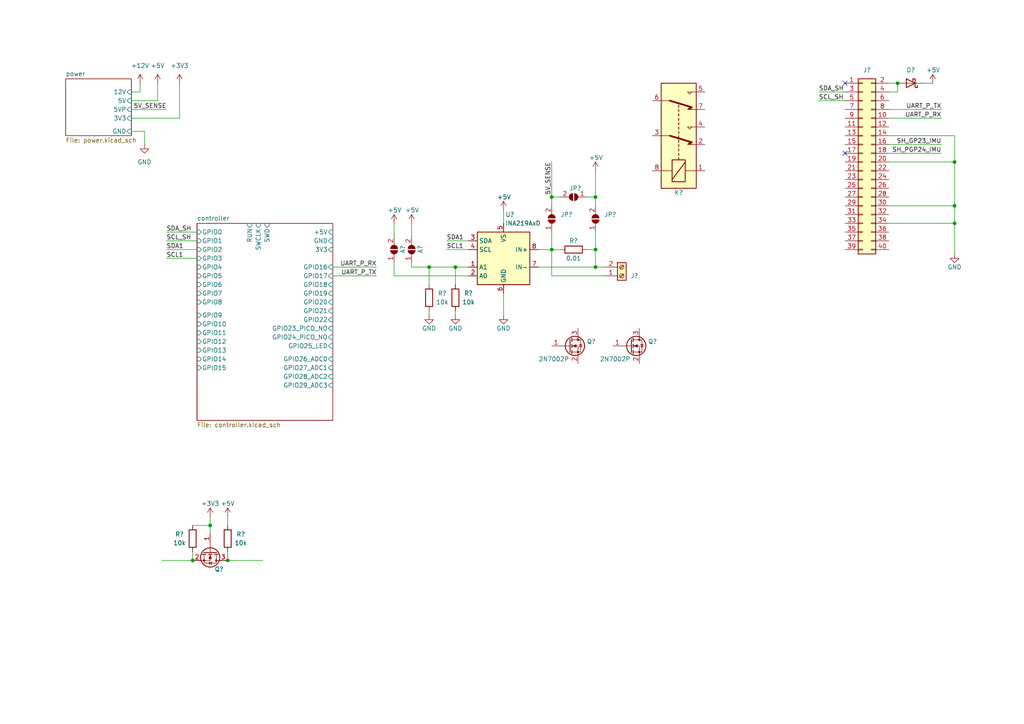
<source format=kicad_sch>
(kicad_sch (version 20211123) (generator eeschema)
  (paper "A4")
  (lib_symbols
    (symbol "Analog_ADC:INA219AxD"
      (property "Reference" "U" (at -6.35 8.89 0))
      (property "Value" "INA219AxD" (at 5.08 8.89 0))
      (symbol "INA219AxD_0_1"
        (rectangle (start -7.62 7.62) (end 7.62 -7.62) (stroke (width 0.254)) (fill (type background)))
      )
      (symbol "INA219AxD_1_1"
        (pin input line (at 10.16 -2.54 180) (length 2.54) (name "A1") (number "1"))
        (pin input line (at 10.16 -5.08 180) (length 2.54) (name "A0") (number "2"))
        (pin bidirectional line (at 10.16 5.08 180) (length 2.54) (name "SDA") (number "3"))
        (pin input line (at 10.16 2.54 180) (length 2.54) (name "SCL") (number "4"))
        (pin power_in line (at 0 10.16 270) (length 2.54) (name "VS") (number "5"))
        (pin power_in line (at 0 -10.16 90) (length 2.54) (name "GND") (number "6"))
        (pin input line (at -10.16 -2.54 0) (length 2.54) (name "IN-") (number "7"))
        (pin input line (at -10.16 2.54 0) (length 2.54) (name "IN+") (number "8"))
      )
    )
    (symbol "Connector:Screw_Terminal_01x02" (pin_names (offset 1.016) hide)
      (property "Reference" "J" (at 0 2.54 0))
      (property "Value" "Screw_Terminal_01x02" (at 0 -5.08 0))
      (symbol "Screw_Terminal_01x02_1_1"
        (rectangle (start -1.27 1.27) (end 1.27 -3.81) (stroke (width 0.254)) (fill (type background)))
        (circle (center 0 -2.54) (radius 0.635) (stroke (width 0.1524)))
        (polyline (pts (xy -0.5334 -2.2098) (xy 0.3302 -3.048)) (stroke (width 0.1524)))
        (polyline (pts (xy -0.5334 0.3302) (xy 0.3302 -0.508)) (stroke (width 0.1524)))
        (polyline (pts (xy -0.3556 -2.032) (xy 0.508 -2.8702)) (stroke (width 0.1524)))
        (polyline (pts (xy -0.3556 0.508) (xy 0.508 -0.3302)) (stroke (width 0.1524)))
        (circle (center 0 0) (radius 0.635) (stroke (width 0.1524)))
        (pin passive line (at -5.08 0 0) (length 3.81) (name "Pin_1") (number "1"))
        (pin passive line (at -5.08 -2.54 0) (length 3.81) (name "Pin_2") (number "2"))
      )
    )
    (symbol "Connector_Generic:Conn_02x20_Odd_Even" (pin_names (offset 1.016) hide)
      (property "Reference" "J" (at 1.27 25.4 0))
      (property "Value" "Conn_02x20_Odd_Even" (at 1.27 -27.94 0))
      (symbol "Conn_02x20_Odd_Even_1_1"
        (rectangle (start -1.27 -25.273) (end 0 -25.527) (stroke (width 0.1524)))
        (rectangle (start -1.27 -22.733) (end 0 -22.987) (stroke (width 0.1524)))
        (rectangle (start -1.27 -20.193) (end 0 -20.447) (stroke (width 0.1524)))
        (rectangle (start -1.27 -17.653) (end 0 -17.907) (stroke (width 0.1524)))
        (rectangle (start -1.27 -15.113) (end 0 -15.367) (stroke (width 0.1524)))
        (rectangle (start -1.27 -12.573) (end 0 -12.827) (stroke (width 0.1524)))
        (rectangle (start -1.27 -10.033) (end 0 -10.287) (stroke (width 0.1524)))
        (rectangle (start -1.27 -7.493) (end 0 -7.747) (stroke (width 0.1524)))
        (rectangle (start -1.27 -4.953) (end 0 -5.207) (stroke (width 0.1524)))
        (rectangle (start -1.27 -2.413) (end 0 -2.667) (stroke (width 0.1524)))
        (rectangle (start -1.27 0.127) (end 0 -0.127) (stroke (width 0.1524)))
        (rectangle (start -1.27 2.667) (end 0 2.413) (stroke (width 0.1524)))
        (rectangle (start -1.27 5.207) (end 0 4.953) (stroke (width 0.1524)))
        (rectangle (start -1.27 7.747) (end 0 7.493) (stroke (width 0.1524)))
        (rectangle (start -1.27 10.287) (end 0 10.033) (stroke (width 0.1524)))
        (rectangle (start -1.27 12.827) (end 0 12.573) (stroke (width 0.1524)))
        (rectangle (start -1.27 15.367) (end 0 15.113) (stroke (width 0.1524)))
        (rectangle (start -1.27 17.907) (end 0 17.653) (stroke (width 0.1524)))
        (rectangle (start -1.27 20.447) (end 0 20.193) (stroke (width 0.1524)))
        (rectangle (start -1.27 22.987) (end 0 22.733) (stroke (width 0.1524)))
        (rectangle (start -1.27 24.13) (end 3.81 -26.67) (stroke (width 0.254)) (fill (type background)))
        (rectangle (start 3.81 -25.273) (end 2.54 -25.527) (stroke (width 0.1524)))
        (rectangle (start 3.81 -22.733) (end 2.54 -22.987) (stroke (width 0.1524)))
        (rectangle (start 3.81 -20.193) (end 2.54 -20.447) (stroke (width 0.1524)))
        (rectangle (start 3.81 -17.653) (end 2.54 -17.907) (stroke (width 0.1524)))
        (rectangle (start 3.81 -15.113) (end 2.54 -15.367) (stroke (width 0.1524)))
        (rectangle (start 3.81 -12.573) (end 2.54 -12.827) (stroke (width 0.1524)))
        (rectangle (start 3.81 -10.033) (end 2.54 -10.287) (stroke (width 0.1524)))
        (rectangle (start 3.81 -7.493) (end 2.54 -7.747) (stroke (width 0.1524)))
        (rectangle (start 3.81 -4.953) (end 2.54 -5.207) (stroke (width 0.1524)))
        (rectangle (start 3.81 -2.413) (end 2.54 -2.667) (stroke (width 0.1524)))
        (rectangle (start 3.81 0.127) (end 2.54 -0.127) (stroke (width 0.1524)))
        (rectangle (start 3.81 2.667) (end 2.54 2.413) (stroke (width 0.1524)))
        (rectangle (start 3.81 5.207) (end 2.54 4.953) (stroke (width 0.1524)))
        (rectangle (start 3.81 7.747) (end 2.54 7.493) (stroke (width 0.1524)))
        (rectangle (start 3.81 10.287) (end 2.54 10.033) (stroke (width 0.1524)))
        (rectangle (start 3.81 12.827) (end 2.54 12.573) (stroke (width 0.1524)))
        (rectangle (start 3.81 15.367) (end 2.54 15.113) (stroke (width 0.1524)))
        (rectangle (start 3.81 17.907) (end 2.54 17.653) (stroke (width 0.1524)))
        (rectangle (start 3.81 20.447) (end 2.54 20.193) (stroke (width 0.1524)))
        (rectangle (start 3.81 22.987) (end 2.54 22.733) (stroke (width 0.1524)))
        (pin passive line (at -5.08 22.86 0) (length 3.81) (name "Pin_1") (number "1"))
        (pin passive line (at 7.62 12.7 180) (length 3.81) (name "Pin_10") (number "10"))
        (pin passive line (at -5.08 10.16 0) (length 3.81) (name "Pin_11") (number "11"))
        (pin passive line (at 7.62 10.16 180) (length 3.81) (name "Pin_12") (number "12"))
        (pin passive line (at -5.08 7.62 0) (length 3.81) (name "Pin_13") (number "13"))
        (pin passive line (at 7.62 7.62 180) (length 3.81) (name "Pin_14") (number "14"))
        (pin passive line (at -5.08 5.08 0) (length 3.81) (name "Pin_15") (number "15"))
        (pin passive line (at 7.62 5.08 180) (length 3.81) (name "Pin_16") (number "16"))
        (pin passive line (at -5.08 2.54 0) (length 3.81) (name "Pin_17") (number "17"))
        (pin passive line (at 7.62 2.54 180) (length 3.81) (name "Pin_18") (number "18"))
        (pin passive line (at -5.08 0 0) (length 3.81) (name "Pin_19") (number "19"))
        (pin passive line (at 7.62 22.86 180) (length 3.81) (name "Pin_2") (number "2"))
        (pin passive line (at 7.62 0 180) (length 3.81) (name "Pin_20") (number "20"))
        (pin passive line (at -5.08 -2.54 0) (length 3.81) (name "Pin_21") (number "21"))
        (pin passive line (at 7.62 -2.54 180) (length 3.81) (name "Pin_22") (number "22"))
        (pin passive line (at -5.08 -5.08 0) (length 3.81) (name "Pin_23") (number "23"))
        (pin passive line (at 7.62 -5.08 180) (length 3.81) (name "Pin_24") (number "24"))
        (pin passive line (at -5.08 -7.62 0) (length 3.81) (name "Pin_25") (number "25"))
        (pin passive line (at 7.62 -7.62 180) (length 3.81) (name "Pin_26") (number "26"))
        (pin passive line (at -5.08 -10.16 0) (length 3.81) (name "Pin_27") (number "27"))
        (pin passive line (at 7.62 -10.16 180) (length 3.81) (name "Pin_28") (number "28"))
        (pin passive line (at -5.08 -12.7 0) (length 3.81) (name "Pin_29") (number "29"))
        (pin passive line (at -5.08 20.32 0) (length 3.81) (name "Pin_3") (number "3"))
        (pin passive line (at 7.62 -12.7 180) (length 3.81) (name "Pin_30") (number "30"))
        (pin passive line (at -5.08 -15.24 0) (length 3.81) (name "Pin_31") (number "31"))
        (pin passive line (at 7.62 -15.24 180) (length 3.81) (name "Pin_32") (number "32"))
        (pin passive line (at -5.08 -17.78 0) (length 3.81) (name "Pin_33") (number "33"))
        (pin passive line (at 7.62 -17.78 180) (length 3.81) (name "Pin_34") (number "34"))
        (pin passive line (at -5.08 -20.32 0) (length 3.81) (name "Pin_35") (number "35"))
        (pin passive line (at 7.62 -20.32 180) (length 3.81) (name "Pin_36") (number "36"))
        (pin passive line (at -5.08 -22.86 0) (length 3.81) (name "Pin_37") (number "37"))
        (pin passive line (at 7.62 -22.86 180) (length 3.81) (name "Pin_38") (number "38"))
        (pin passive line (at -5.08 -25.4 0) (length 3.81) (name "Pin_39") (number "39"))
        (pin passive line (at 7.62 20.32 180) (length 3.81) (name "Pin_4") (number "4"))
        (pin passive line (at 7.62 -25.4 180) (length 3.81) (name "Pin_40") (number "40"))
        (pin passive line (at -5.08 17.78 0) (length 3.81) (name "Pin_5") (number "5"))
        (pin passive line (at 7.62 17.78 180) (length 3.81) (name "Pin_6") (number "6"))
        (pin passive line (at -5.08 15.24 0) (length 3.81) (name "Pin_7") (number "7"))
        (pin passive line (at 7.62 15.24 180) (length 3.81) (name "Pin_8") (number "8"))
        (pin passive line (at -5.08 12.7 0) (length 3.81) (name "Pin_9") (number "9"))
      )
    )
    (symbol "Device:D_Schottky" (pin_numbers hide) (pin_names (offset 1.016) hide)
      (property "Reference" "D" (at 0 2.54 0))
      (property "Value" "D_Schottky" (at 0 -2.54 0))
      (symbol "D_Schottky_0_1"
        (polyline (pts (xy 1.27 0) (xy -1.27 0)))
        (polyline (pts (xy 1.27 1.27) (xy 1.27 -1.27) (xy -1.27 0) (xy 1.27 1.27)) (stroke (width 0.254)))
        (polyline (pts (xy -1.905 0.635) (xy -1.905 1.27) (xy -1.27 1.27) (xy -1.27 -1.27) (xy -0.635 -1.27) (xy -0.635 -0.635)) (stroke (width 0.254)))
      )
      (symbol "D_Schottky_1_1"
        (pin passive line (at -3.81 0 0) (length 2.54) (name "K") (number "1"))
        (pin passive line (at 3.81 0 180) (length 2.54) (name "A") (number "2"))
      )
    )
    (symbol "Device:R" (pin_numbers hide) (pin_names (offset 0))
      (property "Reference" "R" (at 2.032 0 90))
      (property "Value" "R" (at 0 0 90))
      (symbol "R_0_1"
        (rectangle (start -1.016 -2.54) (end 1.016 2.54) (stroke (width 0.254)))
      )
      (symbol "R_1_1"
        (pin passive line (at 0 3.81 270) (length 1.27) (name "~") (number "1"))
        (pin passive line (at 0 -3.81 90) (length 1.27) (name "~") (number "2"))
      )
    )
    (symbol "Jumper:SolderJumper_2_Open" (pin_names (offset 0) hide)
      (property "Reference" "JP" (at 0 2.032 0))
      (property "Value" "SolderJumper_2_Open" (at 0 -2.54 0))
      (symbol "SolderJumper_2_Open_0_1"
        (arc (start -0.254 1.016) (mid -1.27 0) (end -0.254 -1.016))
        (arc (start -0.254 1.016) (mid -1.27 0) (end -0.254 -1.016) (fill (type outline)))
        (polyline (pts (xy -0.254 1.016) (xy -0.254 -1.016)))
        (polyline (pts (xy 0.254 1.016) (xy 0.254 -1.016)))
        (arc (start 0.254 -1.016) (mid 1.27 0) (end 0.254 1.016))
        (arc (start 0.254 -1.016) (mid 1.27 0) (end 0.254 1.016) (fill (type outline)))
      )
      (symbol "SolderJumper_2_Open_1_1"
        (pin passive line (at -3.81 0 0) (length 2.54) (name "A") (number "1"))
        (pin passive line (at 3.81 0 180) (length 2.54) (name "B") (number "2"))
      )
    )
    (symbol "Relay_DPDT_Panasonic_AGQ200A4H_2"
      (property "Reference" "K" (at 16.51 3.81 0))
      (property "Value" "Relay_DPDT_Panasonic_AGQ200A4H_2" (at 16.51 1.27 0))
      (symbol "Relay_DPDT_Panasonic_AGQ200A4H_2_0_0"
        (polyline (pts (xy -2.54 5.08) (xy -2.54 2.54) (xy -1.905 3.175) (xy -2.54 3.81)) (fill (type outline)))
        (polyline (pts (xy 2.54 5.08) (xy 2.54 2.54) (xy 1.905 3.175) (xy 2.54 3.81)))
        (polyline (pts (xy 7.62 5.08) (xy 7.62 2.54) (xy 8.255 3.175) (xy 7.62 3.81)) (fill (type outline)))
        (polyline (pts (xy 12.7 5.08) (xy 12.7 2.54) (xy 12.065 3.175) (xy 12.7 3.81)))
      )
      (symbol "Relay_DPDT_Panasonic_AGQ200A4H_2_0_1"
        (rectangle (start -15.24 5.08) (end 15.24 -5.08) (stroke (width 0.254)) (fill (type background)))
        (rectangle (start -13.335 1.905) (end -6.985 -1.905) (stroke (width 0.254)))
        (polyline (pts (xy -12.7 -1.905) (xy -7.62 1.905)) (stroke (width 0.254)))
        (polyline (pts (xy -10.16 -5.08) (xy -10.16 -1.905)))
        (polyline (pts (xy -10.16 5.08) (xy -10.16 1.905)))
        (polyline (pts (xy -6.985 0) (xy -6.35 0)) (stroke (width 0.254)))
        (polyline (pts (xy -5.715 0) (xy -5.08 0)) (stroke (width 0.254)))
        (polyline (pts (xy -4.445 0) (xy -3.81 0)) (stroke (width 0.254)))
        (polyline (pts (xy -3.175 0) (xy -2.54 0)) (stroke (width 0.254)))
        (polyline (pts (xy -1.905 0) (xy -1.27 0)) (stroke (width 0.254)))
        (polyline (pts (xy -0.635 0) (xy 0 0)) (stroke (width 0.254)))
        (polyline (pts (xy 0 -2.54) (xy -1.905 3.81)) (stroke (width 0.508)))
        (polyline (pts (xy 0 -2.54) (xy 0 -5.08)))
        (polyline (pts (xy 0.635 0) (xy 1.27 0)) (stroke (width 0.254)))
        (polyline (pts (xy 1.905 0) (xy 2.54 0)) (stroke (width 0.254)))
        (polyline (pts (xy 3.175 0) (xy 3.81 0)) (stroke (width 0.254)))
        (polyline (pts (xy 4.445 0) (xy 5.08 0)) (stroke (width 0.254)))
        (polyline (pts (xy 5.715 0) (xy 6.35 0)) (stroke (width 0.254)))
        (polyline (pts (xy 6.985 0) (xy 7.62 0)) (stroke (width 0.254)))
        (polyline (pts (xy 8.255 0) (xy 8.89 0)) (stroke (width 0.254)))
        (polyline (pts (xy 10.16 -2.54) (xy 8.255 3.81)) (stroke (width 0.508)))
        (polyline (pts (xy 10.16 -2.54) (xy 10.16 -5.08)))
      )
      (symbol "Relay_DPDT_Panasonic_AGQ200A4H_2_1_1"
        (pin passive line (at -10.16 7.62 270) (length 2.54) (name "~") (number "1"))
        (pin passive line (at -2.54 7.62 270) (length 2.54) (name "~") (number "2"))
        (pin passive line (at 0 -7.62 90) (length 2.54) (name "~") (number "3"))
        (pin passive line (at 2.54 7.62 270) (length 2.54) (name "~") (number "4"))
        (pin passive line (at 12.7 7.62 270) (length 2.54) (name "~") (number "5"))
        (pin passive line (at 10.16 -7.62 90) (length 2.54) (name "~") (number "6"))
        (pin passive line (at 7.62 7.62 270) (length 2.54) (name "~") (number "7"))
        (pin passive line (at -10.16 -7.62 90) (length 2.54) (name "~") (number "8"))
      )
    )
    (symbol "Transistor_FET:2N7002" (pin_names hide)
      (property "Reference" "Q" (at 5.08 1.905 0))
      (property "Value" "2N7002" (at 5.08 0 0))
      (symbol "2N7002_0_1"
        (polyline (pts (xy 0.254 0) (xy -2.54 0)))
        (polyline (pts (xy 0.254 1.905) (xy 0.254 -1.905)) (stroke (width 0.254)))
        (polyline (pts (xy 0.762 -1.27) (xy 0.762 -2.286)) (stroke (width 0.254)))
        (polyline (pts (xy 0.762 0.508) (xy 0.762 -0.508)) (stroke (width 0.254)))
        (polyline (pts (xy 0.762 2.286) (xy 0.762 1.27)) (stroke (width 0.254)))
        (polyline (pts (xy 2.54 2.54) (xy 2.54 1.778)))
        (polyline (pts (xy 2.54 -2.54) (xy 2.54 0) (xy 0.762 0)))
        (polyline (pts (xy 0.762 -1.778) (xy 3.302 -1.778) (xy 3.302 1.778) (xy 0.762 1.778)))
        (polyline (pts (xy 1.016 0) (xy 2.032 0.381) (xy 2.032 -0.381) (xy 1.016 0)) (fill (type outline)))
        (polyline (pts (xy 2.794 0.508) (xy 2.921 0.381) (xy 3.683 0.381) (xy 3.81 0.254)))
        (polyline (pts (xy 3.302 0.381) (xy 2.921 -0.254) (xy 3.683 -0.254) (xy 3.302 0.381)))
        (circle (center 1.651 0) (radius 2.794) (stroke (width 0.254)))
        (circle (center 2.54 -1.778) (radius 0.254) (fill (type outline)))
        (circle (center 2.54 1.778) (radius 0.254) (fill (type outline)))
      )
      (symbol "2N7002_1_1"
        (pin input line (at -5.08 0 0) (length 2.54) (name "G") (number "1"))
        (pin passive line (at 2.54 -5.08 90) (length 2.54) (name "S") (number "2"))
        (pin passive line (at 2.54 5.08 270) (length 2.54) (name "D") (number "3"))
      )
    )
    (symbol "power:+12V" (power) (pin_names (offset 0))
      (property "Value" "+12V" (at 0 3.556 0))
      (symbol "+12V_0_1"
        (polyline (pts (xy -0.762 1.27) (xy 0 2.54)))
        (polyline (pts (xy 0 0) (xy 0 2.54)))
        (polyline (pts (xy 0 2.54) (xy 0.762 1.27)))
      )
      (symbol "+12V_1_1"
        (pin power_in line (at 0 0 90) (length 0) hide (name "+12V") (number "1"))
      )
    )
    (symbol "power:+3V3" (power) (pin_names (offset 0))
      (property "Value" "+3V3" (at 0 3.556 0))
      (symbol "+3V3_0_1"
        (polyline (pts (xy -0.762 1.27) (xy 0 2.54)))
        (polyline (pts (xy 0 0) (xy 0 2.54)))
        (polyline (pts (xy 0 2.54) (xy 0.762 1.27)))
      )
      (symbol "+3V3_1_1"
        (pin power_in line (at 0 0 90) (length 0) hide (name "+3V3") (number "1"))
      )
    )
    (symbol "power:+5V" (power) (pin_names (offset 0))
      (property "Value" "+5V" (at 0 3.556 0))
      (symbol "+5V_0_1"
        (polyline (pts (xy -0.762 1.27) (xy 0 2.54)))
        (polyline (pts (xy 0 0) (xy 0 2.54)))
        (polyline (pts (xy 0 2.54) (xy 0.762 1.27)))
      )
      (symbol "+5V_1_1"
        (pin power_in line (at 0 0 90) (length 0) hide (name "+5V") (number "1"))
      )
    )
    (symbol "power:GND" (power) (pin_names (offset 0))
      (property "Value" "GND" (at 0 -3.81 0))
      (symbol "GND_0_1"
        (polyline (pts (xy 0 0) (xy 0 -1.27) (xy 1.27 -1.27) (xy 0 -2.54) (xy -1.27 -1.27) (xy 0 -1.27)))
      )
      (symbol "GND_1_1"
        (pin power_in line (at 0 0 270) (length 0) hide (name "GND") (number "1"))
      )
    )
  )
  (junction (at 276.86 64.77))
  (junction (at 276.86 59.69))
  (junction (at 55.88 162.56))
  (junction (at 60.96 152.4))
  (junction (at 132.08 77.47))
  (junction (at 260.35 24.13))
  (junction (at 66.04 162.56))
  (junction (at 172.72 77.47))
  (junction (at 172.72 57.15))
  (junction (at 172.72 72.39))
  (junction (at 160.02 72.39))
  (junction (at 160.02 57.15))
  (junction (at 124.46 77.47))
  (junction (at 276.86 46.99))
  (no_connect (at 245.11 44.45))
  (no_connect (at 245.11 24.13))
  (wire (pts (xy 276.86 59.69) (xy 276.86 46.99)))
  (wire (pts (xy 273.05 34.29) (xy 257.81 34.29)))
  (wire (pts (xy 237.49 26.67) (xy 245.11 26.67)))
  (wire (pts (xy 276.86 64.77) (xy 276.86 59.69)))
  (wire (pts (xy 38.1 29.21) (xy 45.72 29.21)))
  (wire (pts (xy 162.56 57.15) (xy 160.02 57.15)))
  (wire (pts (xy 257.81 59.69) (xy 276.86 59.69)))
  (wire (pts (xy 260.35 26.67) (xy 260.35 24.13)))
  (wire (pts (xy 276.86 39.37) (xy 276.86 46.99)))
  (wire (pts (xy 38.1 26.67) (xy 40.64 26.67)))
  (wire (pts (xy 96.52 80.01) (xy 109.22 80.01)))
  (wire (pts (xy 52.07 34.29) (xy 38.1 34.29)))
  (wire (pts (xy 172.72 57.15) (xy 172.72 59.69)))
  (wire (pts (xy 257.81 24.13) (xy 260.35 24.13)))
  (wire (pts (xy 172.72 77.47) (xy 175.26 77.47)))
  (wire (pts (xy 114.3 80.01) (xy 114.3 76.2)))
  (wire (pts (xy 48.26 67.31) (xy 57.15 67.31)))
  (wire (pts (xy 237.49 29.21) (xy 245.11 29.21)))
  (wire (pts (xy 40.64 26.67) (xy 40.64 24.13)))
  (wire (pts (xy 257.81 26.67) (xy 260.35 26.67)))
  (wire (pts (xy 55.88 152.4) (xy 60.96 152.4)))
  (wire (pts (xy 257.81 64.77) (xy 276.86 64.77)))
  (wire (pts (xy 156.21 72.39) (xy 160.02 72.39)))
  (wire (pts (xy 160.02 67.31) (xy 160.02 72.39)))
  (wire (pts (xy 273.05 41.91) (xy 257.81 41.91)))
  (wire (pts (xy 119.38 77.47) (xy 124.46 77.47)))
  (wire (pts (xy 66.04 149.86) (xy 66.04 152.4)))
  (wire (pts (xy 114.3 64.77) (xy 114.3 68.58)))
  (wire (pts (xy 172.72 72.39) (xy 170.18 72.39)))
  (wire (pts (xy 119.38 64.77) (xy 119.38 68.58)))
  (wire (pts (xy 257.81 39.37) (xy 276.86 39.37)))
  (wire (pts (xy 41.91 38.1) (xy 41.91 41.91)))
  (wire (pts (xy 146.05 60.96) (xy 146.05 64.77)))
  (wire (pts (xy 129.54 69.85) (xy 135.89 69.85)))
  (wire (pts (xy 156.21 77.47) (xy 172.72 77.47)))
  (wire (pts (xy 172.72 72.39) (xy 172.72 77.47)))
  (wire (pts (xy 66.04 162.56) (xy 76.2 162.56)))
  (wire (pts (xy 175.26 80.01) (xy 160.02 80.01)))
  (wire (pts (xy 48.26 72.39) (xy 57.15 72.39)))
  (wire (pts (xy 276.86 73.66) (xy 276.86 64.77)))
  (wire (pts (xy 60.96 149.86) (xy 60.96 152.4)))
  (wire (pts (xy 45.72 24.13) (xy 45.72 29.21)))
  (wire (pts (xy 172.72 67.31) (xy 172.72 72.39)))
  (wire (pts (xy 135.89 80.01) (xy 114.3 80.01)))
  (wire (pts (xy 267.97 24.13) (xy 270.51 24.13)))
  (wire (pts (xy 38.1 38.1) (xy 41.91 38.1)))
  (wire (pts (xy 172.72 49.53) (xy 172.72 57.15)))
  (wire (pts (xy 38.1 31.75) (xy 48.26 31.75)))
  (wire (pts (xy 160.02 46.99) (xy 160.02 57.15)))
  (wire (pts (xy 132.08 77.47) (xy 132.08 82.55)))
  (wire (pts (xy 124.46 77.47) (xy 132.08 77.47)))
  (wire (pts (xy 160.02 57.15) (xy 160.02 59.69)))
  (wire (pts (xy 132.08 90.17) (xy 132.08 91.44)))
  (wire (pts (xy 66.04 162.56) (xy 66.04 160.02)))
  (wire (pts (xy 60.96 152.4) (xy 60.96 154.94)))
  (wire (pts (xy 257.81 46.99) (xy 276.86 46.99)))
  (wire (pts (xy 48.26 74.93) (xy 57.15 74.93)))
  (wire (pts (xy 162.56 72.39) (xy 160.02 72.39)))
  (wire (pts (xy 96.52 77.47) (xy 109.22 77.47)))
  (wire (pts (xy 119.38 76.2) (xy 119.38 77.47)))
  (wire (pts (xy 273.05 31.75) (xy 257.81 31.75)))
  (wire (pts (xy 273.05 44.45) (xy 257.81 44.45)))
  (wire (pts (xy 52.07 24.13) (xy 52.07 34.29)))
  (wire (pts (xy 48.26 69.85) (xy 57.15 69.85)))
  (wire (pts (xy 170.18 57.15) (xy 172.72 57.15)))
  (wire (pts (xy 160.02 80.01) (xy 160.02 72.39)))
  (wire (pts (xy 132.08 77.47) (xy 135.89 77.47)))
  (wire (pts (xy 129.54 72.39) (xy 135.89 72.39)))
  (wire (pts (xy 146.05 85.09) (xy 146.05 91.44)))
  (wire (pts (xy 124.46 90.17) (xy 124.46 91.44)))
  (wire (pts (xy 55.88 160.02) (xy 55.88 162.56)))
  (wire (pts (xy 124.46 77.47) (xy 124.46 82.55)))
  (wire (pts (xy 46.99 162.56) (xy 55.88 162.56)))
  (label "UART_P_RX" (at 109.22 77.47 180))
  (label "SH_PGP24_IMU" (at 273.05 44.45 180))
  (label "UART_P_TX" (at 109.22 80.01 180))
  (label "SCL_SH" (at 237.49 29.21 0))
  (label "5V_SENSE" (at 48.26 31.75 180))
  (label "SCL_SH" (at 48.26 69.85 0))
  (label "SDA1" (at 48.26 72.39 0))
  (label "SH_GP23_IMU" (at 273.05 41.91 180))
  (label "SCL1" (at 129.54 72.39 0))
  (label "UART_P_TX" (at 273.05 31.75 180))
  (label "SDA_SH" (at 237.49 26.67 0))
  (label "UART_P_RX" (at 273.05 34.29 180))
  (label "SDA1" (at 129.54 69.85 0))
  (label "5V_SENSE" (at 160.02 46.99 270))
  (label "SCL1" (at 48.26 74.93 0))
  (label "SDA_SH" (at 48.26 67.31 0))
  (symbol (lib_id "power:GND") (at 276.86 73.66 0) (unit 1)
    (property "Reference" "#PWR?" (effects hide))
    (property "Value" "GND" (at 276.86 77.47 0))
  )
  (symbol (lib_id "Transistor_FET:2N7002") (at 165.1 100.33 0) (unit 1)
    (property "Reference" "Q?" (at 170.18 99.06 0) (effects (justify left)))
    (property "Value" "2N7002P" (at 156.21 104.14 0) (effects (justify left)))
    (property "Footprint" "Package_TO_SOT_SMD:SOT-23" (effects hide))
    (property "Datasheet" "https://www.onsemi.com/pub/Collateral/NDS7002A-D.PDF" (effects hide))
    (property "LCSC" "C8545" (effects hide))
  )
  (symbol (lib_id "power:+5V") (at 45.72 24.13 0) (unit 1)
    (property "Reference" "#PWR?" (effects hide))
    (property "Value" "+5V" (at 45.72 19.05 0))
  )
  (symbol (lib_id "Analog_ADC:INA219AxD") (at 146.05 74.93 0) (mirror y) (unit 1)
    (property "Reference" "U?" (at 146.5706 62.23 0) (effects (justify right)))
    (property "Value" "INA219AxD" (at 146.5706 64.77 0) (effects (justify right)))
    (property "Footprint" "Package_SO:SOIC-8_3.9x4.9mm_P1.27mm" (effects hide))
    (property "Datasheet" "http://www.ti.com/lit/ds/symlink/ina219.pdf" (effects hide))
    (property "LCSC" "C138706" (effects hide))
  )
  (symbol (lib_id "Device:R") (at 166.37 72.39 90) (unit 1)
    (property "Reference" "R?" (at 166.37 69.85 90))
    (property "Value" "0.01" (at 166.37 74.93 90))
    (property "Footprint" "Resistor_SMD:R_1210_3225Metric_Pad1.30x2.65mm_HandSolder" (effects hide))
    (property "LCSC" "C473495" (effects hide))
  )
  (symbol (lib_name "Relay_DPDT_Panasonic_AGQ200A4H_2") (lib_id "usb_xwitch:Relay_DPDT_Panasonic_AGQ200A4H") (at 196.85 39.37 270) (mirror x) (unit 1)
    (property "Reference" "K?" (at 195.58 55.88 90) (effects (justify left)))
    (property "Value" "Relay_DPDT_Panasonic_AGQ200A4H" (effects hide))
    (property "Footprint" "usb_xwitch:Relay_DPDT_Panasonic_AGQ200A4H" (effects hide))
    (property "Datasheet" "https://media.digikey.com/pdf/Data%20Sheets/Panasonic%20Electric%20Works%20PDFs/AGQ_(GQ)_Relays.pdf" (effects hide))
    (property "LCSC" "C490150" (effects hide))
  )
  (symbol (lib_id "power:+3V3") (at 60.96 149.86 0) (unit 1)
    (property "Reference" "#PWR?" (effects hide))
    (property "Value" "+3V3" (at 60.96 146.05 0))
  )
  (symbol (lib_id "power:+5V") (at 66.04 149.86 0) (unit 1)
    (property "Reference" "#PWR?" (effects hide))
    (property "Value" "+5V" (at 66.04 146.05 0))
  )
  (symbol (lib_id "Connector:Screw_Terminal_01x02") (at 180.34 80.01 0) (mirror x) (unit 1)
    (property "Reference" "J?" (at 182.88 80.0101 0) (effects (justify left)))
    (property "Value" "Screw_Terminal_3.5mm" (effects hide))
    (property "Footprint" "TerminalBlock_4Ucon:TerminalBlock_4Ucon_1x02_P3.50mm_Horizontal" (effects hide))
    (property "LCSC" "C466970" (effects hide))
  )
  (symbol (lib_id "power:+5V") (at 270.51 24.13 0) (unit 1)
    (property "Reference" "#PWR?" (effects hide))
    (property "Value" "+5V" (at 268.605 20.32 0) (effects (justify left)))
  )
  (symbol (lib_id "Device:R") (at 124.46 86.36 180) (unit 1)
    (property "Reference" "R?" (at 128.27 85.09 0))
    (property "Value" "10k" (at 128.27 87.63 0))
    (property "Footprint" "Resistor_SMD:R_0402_1005Metric_Pad0.72x0.64mm_HandSolder" (effects hide))
    (property "LCSC" "C25086" (effects hide))
  )
  (symbol (lib_id "power:+5V") (at 172.72 49.53 0) (unit 1)
    (property "Reference" "#PWR?" (effects hide))
    (property "Value" "+5V" (at 170.815 45.72 0) (effects (justify left)))
  )
  (symbol (lib_id "Jumper:SolderJumper_2_Open") (at 160.02 63.5 90) (unit 1)
    (property "Reference" "JP?" (at 162.56 62.2299 90) (effects (justify right)))
    (property "Value" "SolderJumper_2_Open" (effects hide))
    (property "Footprint" "gpctrl:power_jumper" (effects hide))
  )
  (symbol (lib_id "power:GND") (at 124.46 91.44 0) (unit 1)
    (property "Reference" "#PWR?" (effects hide))
    (property "Value" "GND" (at 124.46 95.25 0))
  )
  (symbol (lib_id "power:+3V3") (at 52.07 24.13 0) (unit 1)
    (property "Reference" "#PWR?" (effects hide))
    (property "Value" "+3V3" (at 52.07 19.05 0))
  )
  (symbol (lib_id "Jumper:SolderJumper_2_Open") (at 119.38 72.39 90) (unit 1)
    (property "Reference" "A?" (at 121.92 71.12 0) (effects (justify right)))
    (property "Value" "SolderJumper_2_Open" (effects hide))
    (property "Footprint" "Jumper:SolderJumper-2_P1.3mm_Open_TrianglePad1.0x1.5mm" (effects hide))
  )
  (symbol (lib_id "power:GND") (at 132.08 91.44 0) (unit 1)
    (property "Reference" "#PWR?" (effects hide))
    (property "Value" "GND" (at 132.08 95.25 0))
  )
  (symbol (lib_id "power:+12V") (at 40.64 24.13 0) (unit 1)
    (property "Reference" "#PWR?" (effects hide))
    (property "Value" "+12V" (at 40.64 19.05 0))
  )
  (symbol (lib_id "power:GND") (at 146.05 91.44 0) (unit 1)
    (property "Reference" "#PWR?" (effects hide))
    (property "Value" "GND" (at 146.05 95.25 0))
  )
  (symbol (lib_id "Device:R") (at 66.04 156.21 180) (unit 1)
    (property "Reference" "R?" (at 69.85 154.94 0))
    (property "Value" "10k" (at 69.85 157.48 0))
    (property "Footprint" "Resistor_SMD:R_0402_1005Metric_Pad0.72x0.64mm_HandSolder" (effects hide))
    (property "LCSC" "C25086" (effects hide))
  )
  (symbol (lib_id "Jumper:SolderJumper_2_Open") (at 172.72 63.5 90) (unit 1)
    (property "Reference" "JP?" (at 175.26 62.2299 90) (effects (justify right)))
    (property "Value" "SolderJumper_2_Open" (effects hide))
    (property "Footprint" "gpctrl:power_jumper" (effects hide))
  )
  (symbol (lib_id "Transistor_FET:2N7002") (at 60.96 160.02 270) (unit 1)
    (property "Reference" "Q?" (at 62.23 165.1 90) (effects (justify left)))
    (property "Value" "2N7002P" (effects hide))
    (property "Footprint" "Package_TO_SOT_SMD:SOT-23" (effects hide))
    (property "Datasheet" "https://www.onsemi.com/pub/Collateral/NDS7002A-D.PDF" (effects hide))
    (property "LCSC" "C8545" (effects hide))
  )
  (symbol (lib_id "Device:R") (at 132.08 86.36 180) (unit 1)
    (property "Reference" "R?" (at 135.89 85.09 0))
    (property "Value" "10k" (at 135.89 87.63 0))
    (property "Footprint" "Resistor_SMD:R_0402_1005Metric_Pad0.72x0.64mm_HandSolder" (effects hide))
    (property "LCSC" "C25086" (effects hide))
  )
  (symbol (lib_id "Jumper:SolderJumper_2_Open") (at 166.37 57.15 180) (unit 1)
    (property "Reference" "JP?" (at 165.0999 54.61 0) (effects (justify right)))
    (property "Value" "SolderJumper_2_Open" (effects hide))
    (property "Footprint" "gpctrl:power_jumper" (effects hide))
  )
  (symbol (lib_id "Device:D_Schottky") (at 264.16 24.13 180) (unit 1)
    (property "Reference" "D?" (at 264.16 20.32 0))
    (property "Value" "SS34" (effects hide))
    (property "Footprint" "Diode_SMD:D_SMA" (effects hide))
    (property "LCSC" "C8678" (effects hide))
  )
  (symbol (lib_id "power:GND") (at 41.91 41.91 0) (unit 1)
    (property "Reference" "#PWR?" (effects hide))
    (property "Value" "GND" (at 41.91 46.99 0))
  )
  (symbol (lib_id "Connector_Generic:Conn_02x20_Odd_Even") (at 250.19 46.99 0) (unit 1)
    (property "Reference" "J?" (at 251.46 20.32 0))
    (property "Value" "Conn_02x20_Odd_Even" (effects hide))
    (property "Footprint" "Connector_Samtec_HLE_SMD:Samtec_HLE-120-02-xxx-DV-BE_2x20_P2.54mm_Horizontal" (effects hide))
    (property "Datasheet" "https://datasheet.lcsc.com/lcsc/2207081800_HCTL-PM254-2-20-S-8-5_C3975165.pdf" (effects hide))
    (property "LCSC" "C3975165" (effects hide))
  )
  (symbol (lib_id "power:+5V") (at 146.05 60.96 0) (unit 1)
    (property "Reference" "#PWR?" (effects hide))
    (property "Value" "+5V" (at 144.145 57.15 0) (effects (justify left)))
  )
  (symbol (lib_id "power:+5V") (at 114.3 64.77 0) (unit 1)
    (property "Reference" "#PWR?" (effects hide))
    (property "Value" "+5V" (at 112.395 60.96 0) (effects (justify left)))
  )
  (symbol (lib_id "power:+5V") (at 119.38 64.77 0) (unit 1)
    (property "Reference" "#PWR?" (effects hide))
    (property "Value" "+5V" (at 117.475 60.96 0) (effects (justify left)))
  )
  (symbol (lib_id "Device:R") (at 55.88 156.21 180) (unit 1)
    (property "Reference" "R?" (at 52.07 154.94 0))
    (property "Value" "10k" (at 52.07 157.48 0))
    (property "Footprint" "Resistor_SMD:R_0402_1005Metric_Pad0.72x0.64mm_HandSolder" (effects hide))
    (property "LCSC" "C25086" (effects hide))
  )
  (symbol (lib_id "Transistor_FET:2N7002") (at 182.88 100.33 0) (unit 1)
    (property "Reference" "Q?" (at 187.96 99.06 0) (effects (justify left)))
    (property "Value" "2N7002P" (at 173.99 104.14 0) (effects (justify left)))
    (property "Footprint" "Package_TO_SOT_SMD:SOT-23" (effects hide))
    (property "Datasheet" "https://www.onsemi.com/pub/Collateral/NDS7002A-D.PDF" (effects hide))
    (property "LCSC" "C8545" (effects hide))
  )
  (symbol (lib_id "Jumper:SolderJumper_2_Open") (at 114.3 72.39 90) (unit 1)
    (property "Reference" "A?" (at 116.84 71.12 0) (effects (justify right)))
    (property "Value" "SolderJumper_2_Open" (effects hide))
    (property "Footprint" "Jumper:SolderJumper-2_P1.3mm_Open_TrianglePad1.0x1.5mm" (effects hide))
  )
  (sheet (at 19.05 22.86) (size 19.05 16.51) (stroke (width 0.1524))
    (property "Sheet name" "power" (at 19.05 22.1484 0) (effects (justify left bottom)))
    (property "Sheet file" "power.kicad_sch" (at 19.05 39.9546 0) (effects (justify left top)))
    (pin "5V" input (at 38.1 29.21 0))
    (pin "12V" input (at 38.1 26.67 0))
    (pin "3V3" input (at 38.1 34.29 0))
    (pin "GND" input (at 38.1 38.1 0))
    (pin "5VP" input (at 38.1 31.75 0))
  )
  (sheet (at 57.15 64.77) (size 39.37 57.15) (stroke (width 0.1524))
    (property "Sheet name" "controller" (at 57.15 64.0584 0) (effects (justify left bottom)))
    (property "Sheet file" "controller.kicad_sch" (at 57.15 122.5046 0) (effects (justify left top)))
    (pin "GPIO1" input (at 57.15 69.85 180))
    (pin "GPIO0" input (at 57.15 67.31 180))
    (pin "GPIO2" input (at 57.15 72.39 180))
    (pin "GPIO3" input (at 57.15 74.93 180))
    (pin "GPIO4" input (at 57.15 77.47 180))
    (pin "GPIO5" input (at 57.15 80.01 180))
    (pin "GPIO6" input (at 57.15 82.55 180))
    (pin "GPIO25_LED" input (at 96.52 100.33 0))
    (pin "GPIO22" input (at 96.52 92.71 0))
    (pin "GPIO21" input (at 96.52 90.17 0))
    (pin "GPIO28_ADC2" input (at 96.52 109.22 0))
    (pin "GPIO26_ADC0" input (at 96.52 104.14 0))
    (pin "GPIO29_ADC3" input (at 96.52 111.76 0))
    (pin "GPIO27_ADC1" input (at 96.52 106.68 0))
    (pin "GPIO20" input (at 96.52 87.63 0))
    (pin "GPIO19" input (at 96.52 85.09 0))
    (pin "GPIO17" input (at 96.52 80.01 0))
    (pin "GPIO18" input (at 96.52 82.55 0))
    (pin "GPIO9" input (at 57.15 91.44 180))
    (pin "GPIO7" input (at 57.15 85.09 180))
    (pin "GPIO11" input (at 57.15 96.52 180))
    (pin "GPIO8" input (at 57.15 87.63 180))
    (pin "GPIO10" input (at 57.15 93.98 180))
    (pin "GPIO12" input (at 57.15 99.06 180))
    (pin "GPIO14" input (at 57.15 104.14 180))
    (pin "GPIO13" input (at 57.15 101.6 180))
    (pin "GPIO15" input (at 57.15 106.68 180))
    (pin "GPIO16" input (at 96.52 77.47 0))
    (pin "GPIO23_PICO_NO" input (at 96.52 95.25 0))
    (pin "GPIO24_PICO_NO" input (at 96.52 97.79 0))
    (pin "RUN" input (at 72.39 64.77 90))
    (pin "+5V" input (at 96.52 67.31 0))
    (pin "GND" input (at 96.52 69.85 0))
    (pin "3V3" input (at 96.52 72.39 0))
    (pin "SWCLK" input (at 74.93 64.77 90))
    (pin "SWD" input (at 77.47 64.77 90))
  )
)
</source>
